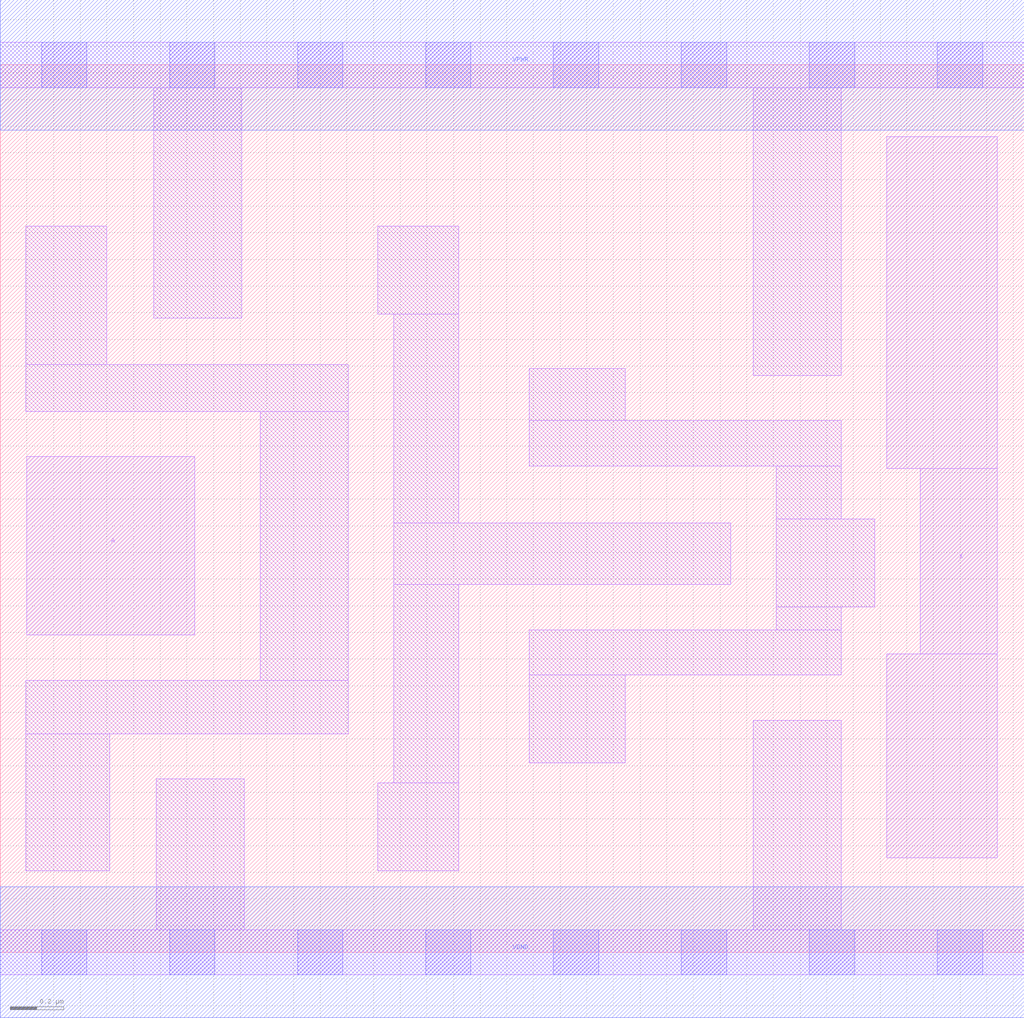
<source format=lef>
# Copyright 2020 The SkyWater PDK Authors
#
# Licensed under the Apache License, Version 2.0 (the "License");
# you may not use this file except in compliance with the License.
# You may obtain a copy of the License at
#
#     https://www.apache.org/licenses/LICENSE-2.0
#
# Unless required by applicable law or agreed to in writing, software
# distributed under the License is distributed on an "AS IS" BASIS,
# WITHOUT WARRANTIES OR CONDITIONS OF ANY KIND, either express or implied.
# See the License for the specific language governing permissions and
# limitations under the License.
#
# SPDX-License-Identifier: Apache-2.0

VERSION 5.7 ;
  NAMESCASESENSITIVE ON ;
  NOWIREEXTENSIONATPIN ON ;
  DIVIDERCHAR "/" ;
  BUSBITCHARS "[]" ;
UNITS
  DATABASE MICRONS 200 ;
END UNITS
MACRO sky130_fd_sc_ls__dlygate4sd1_1
  CLASS CORE ;
  FOREIGN sky130_fd_sc_ls__dlygate4sd1_1 ;
  ORIGIN  0.000000  0.000000 ;
  SIZE  3.840000 BY  3.330000 ;
  SYMMETRY X Y ;
  SITE unit ;
  PIN A
    ANTENNAGATEAREA  0.126000 ;
    DIRECTION INPUT ;
    USE SIGNAL ;
    PORT
      LAYER li1 ;
        RECT 0.100000 1.190000 0.730000 1.860000 ;
    END
  END A
  PIN X
    ANTENNADIFFAREA  0.509700 ;
    DIRECTION OUTPUT ;
    USE SIGNAL ;
    PORT
      LAYER li1 ;
        RECT 3.325000 0.355000 3.740000 1.120000 ;
        RECT 3.325000 1.815000 3.740000 3.060000 ;
        RECT 3.450000 1.120000 3.740000 1.815000 ;
    END
  END X
  PIN VGND
    DIRECTION INOUT ;
    SHAPE ABUTMENT ;
    USE GROUND ;
    PORT
      LAYER met1 ;
        RECT 0.000000 -0.245000 3.840000 0.245000 ;
    END
  END VGND
  PIN VPWR
    DIRECTION INOUT ;
    SHAPE ABUTMENT ;
    USE POWER ;
    PORT
      LAYER met1 ;
        RECT 0.000000 3.085000 3.840000 3.575000 ;
    END
  END VPWR
  OBS
    LAYER li1 ;
      RECT 0.000000 -0.085000 3.840000 0.085000 ;
      RECT 0.000000  3.245000 3.840000 3.415000 ;
      RECT 0.095000  0.305000 0.410000 0.820000 ;
      RECT 0.095000  0.820000 1.305000 1.020000 ;
      RECT 0.095000  2.030000 1.305000 2.205000 ;
      RECT 0.095000  2.205000 0.400000 2.725000 ;
      RECT 0.575000  2.380000 0.905000 3.245000 ;
      RECT 0.585000  0.085000 0.915000 0.650000 ;
      RECT 0.975000  1.020000 1.305000 2.030000 ;
      RECT 1.415000  0.305000 1.720000 0.635000 ;
      RECT 1.415000  2.395000 1.720000 2.725000 ;
      RECT 1.475000  0.635000 1.720000 1.380000 ;
      RECT 1.475000  1.380000 2.740000 1.610000 ;
      RECT 1.475000  1.610000 1.720000 2.395000 ;
      RECT 1.985000  0.710000 2.345000 1.040000 ;
      RECT 1.985000  1.040000 3.155000 1.210000 ;
      RECT 1.985000  1.825000 3.155000 1.995000 ;
      RECT 1.985000  1.995000 2.345000 2.190000 ;
      RECT 2.825000  0.085000 3.155000 0.870000 ;
      RECT 2.825000  2.165000 3.155000 3.245000 ;
      RECT 2.910000  1.210000 3.155000 1.295000 ;
      RECT 2.910000  1.295000 3.280000 1.625000 ;
      RECT 2.910000  1.625000 3.155000 1.825000 ;
    LAYER mcon ;
      RECT 0.155000 -0.085000 0.325000 0.085000 ;
      RECT 0.155000  3.245000 0.325000 3.415000 ;
      RECT 0.635000 -0.085000 0.805000 0.085000 ;
      RECT 0.635000  3.245000 0.805000 3.415000 ;
      RECT 1.115000 -0.085000 1.285000 0.085000 ;
      RECT 1.115000  3.245000 1.285000 3.415000 ;
      RECT 1.595000 -0.085000 1.765000 0.085000 ;
      RECT 1.595000  3.245000 1.765000 3.415000 ;
      RECT 2.075000 -0.085000 2.245000 0.085000 ;
      RECT 2.075000  3.245000 2.245000 3.415000 ;
      RECT 2.555000 -0.085000 2.725000 0.085000 ;
      RECT 2.555000  3.245000 2.725000 3.415000 ;
      RECT 3.035000 -0.085000 3.205000 0.085000 ;
      RECT 3.035000  3.245000 3.205000 3.415000 ;
      RECT 3.515000 -0.085000 3.685000 0.085000 ;
      RECT 3.515000  3.245000 3.685000 3.415000 ;
  END
END sky130_fd_sc_ls__dlygate4sd1_1
END LIBRARY

</source>
